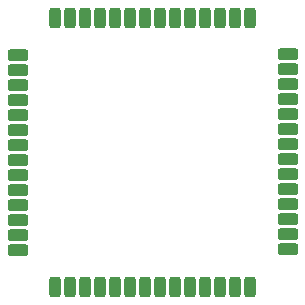
<source format=gbr>
G04 #@! TF.GenerationSoftware,KiCad,Pcbnew,(6.0.8)*
G04 #@! TF.CreationDate,2022-11-09T16:14:19-08:00*
G04 #@! TF.ProjectId,caravel_breakout_QFN,63617261-7665-46c5-9f62-7265616b6f75,rev?*
G04 #@! TF.SameCoordinates,Original*
G04 #@! TF.FileFunction,Paste,Bot*
G04 #@! TF.FilePolarity,Positive*
%FSLAX46Y46*%
G04 Gerber Fmt 4.6, Leading zero omitted, Abs format (unit mm)*
G04 Created by KiCad (PCBNEW (6.0.8)) date 2022-11-09 16:14:19*
%MOMM*%
%LPD*%
G01*
G04 APERTURE LIST*
G04 Aperture macros list*
%AMRoundRect*
0 Rectangle with rounded corners*
0 $1 Rounding radius*
0 $2 $3 $4 $5 $6 $7 $8 $9 X,Y pos of 4 corners*
0 Add a 4 corners polygon primitive as box body*
4,1,4,$2,$3,$4,$5,$6,$7,$8,$9,$2,$3,0*
0 Add four circle primitives for the rounded corners*
1,1,$1+$1,$2,$3*
1,1,$1+$1,$4,$5*
1,1,$1+$1,$6,$7*
1,1,$1+$1,$8,$9*
0 Add four rect primitives between the rounded corners*
20,1,$1+$1,$2,$3,$4,$5,0*
20,1,$1+$1,$4,$5,$6,$7,0*
20,1,$1+$1,$6,$7,$8,$9,0*
20,1,$1+$1,$8,$9,$2,$3,0*%
G04 Aperture macros list end*
%ADD10RoundRect,0.250000X-0.250000X0.625000X-0.250000X-0.625000X0.250000X-0.625000X0.250000X0.625000X0*%
%ADD11RoundRect,0.250000X-0.625000X-0.250000X0.625000X-0.250000X0.625000X0.250000X-0.625000X0.250000X0*%
%ADD12RoundRect,0.250000X0.250000X-0.625000X0.250000X0.625000X-0.250000X0.625000X-0.250000X-0.625000X0*%
%ADD13RoundRect,0.250000X0.625000X0.250000X-0.625000X0.250000X-0.625000X-0.250000X0.625000X-0.250000X0*%
G04 APERTURE END LIST*
D10*
X127381000Y-82052000D03*
X128651000Y-82052000D03*
X129921000Y-82052000D03*
X131191000Y-82052000D03*
X132461000Y-82052000D03*
X133731000Y-82052000D03*
X135001000Y-82052000D03*
X136271000Y-82052000D03*
X137541000Y-82052000D03*
X138811000Y-82052000D03*
X140081000Y-82052000D03*
X141351000Y-82052000D03*
X142621000Y-82052000D03*
X143891000Y-82052000D03*
D11*
X124200000Y-101730000D03*
X124200000Y-100460000D03*
X124200000Y-99190000D03*
X124200000Y-97920000D03*
X124200000Y-96650000D03*
X124200000Y-95380000D03*
X124200000Y-94110000D03*
X124200000Y-92840000D03*
X124200000Y-91570000D03*
X124200000Y-90300000D03*
X124200000Y-89030000D03*
X124200000Y-87760000D03*
X124200000Y-86490000D03*
X124200000Y-85220000D03*
D12*
X143880000Y-104900000D03*
X142610000Y-104900000D03*
X141340000Y-104900000D03*
X140070000Y-104900000D03*
X138800000Y-104900000D03*
X137530000Y-104900000D03*
X136260000Y-104900000D03*
X134990000Y-104900000D03*
X133720000Y-104900000D03*
X132450000Y-104900000D03*
X131180000Y-104900000D03*
X129910000Y-104900000D03*
X128640000Y-104900000D03*
X127370000Y-104900000D03*
D13*
X147056000Y-85178600D03*
X147056000Y-86448600D03*
X147056000Y-87718600D03*
X147056000Y-88988600D03*
X147056000Y-90258600D03*
X147056000Y-91528600D03*
X147056000Y-92798600D03*
X147056000Y-94068600D03*
X147056000Y-95338600D03*
X147056000Y-96608600D03*
X147056000Y-97878600D03*
X147056000Y-99148600D03*
X147056000Y-100418600D03*
X147056000Y-101688600D03*
M02*

</source>
